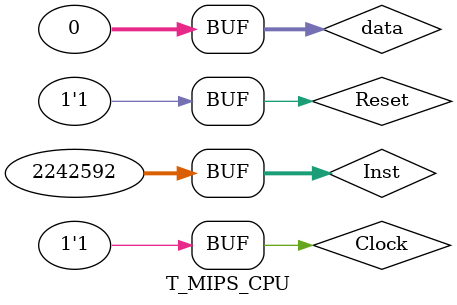
<source format=v>
`timescale 1ns / 1ps


module T_MIPS_CPU;

	// Inputs
	reg [31:0] Inst;
	reg Reset;
	reg Clock;
	reg [31:0] data;

	// Outputs
	wire [31:0] Result;
	wire [31:0] addr;
	wire MemWrite;
	wire MemRead;
	wire MemtoReg;

	// Instantiate the Unit Under Test (UUT)
	MIPS_CPU uut (
		.Inst(Inst), 
		.Reset(Reset), 
		.Clock(Clock), 
		.data(data), 
		.Result(Result), 
		.addr(addr), 
		.MemWrite(MemWrite), 
		.MemRead(MemRead), 
		.MemtoReg(MemtoReg)
	);

	initial begin
		// Initialize Inputs
		Inst = 32'b000000_00001_00010_00111_00000_100000;
		Reset = 1;
		Clock = 0;
		data = 0;

		// Wait 100 ns for global reset to finish
		#100;
		Reset = 1;
      Clock = ~Clock;
		#100;
      Clock = ~Clock;		
		#100;
      Clock = ~Clock;		
		// Add stimulus here

	end
      
endmodule


</source>
